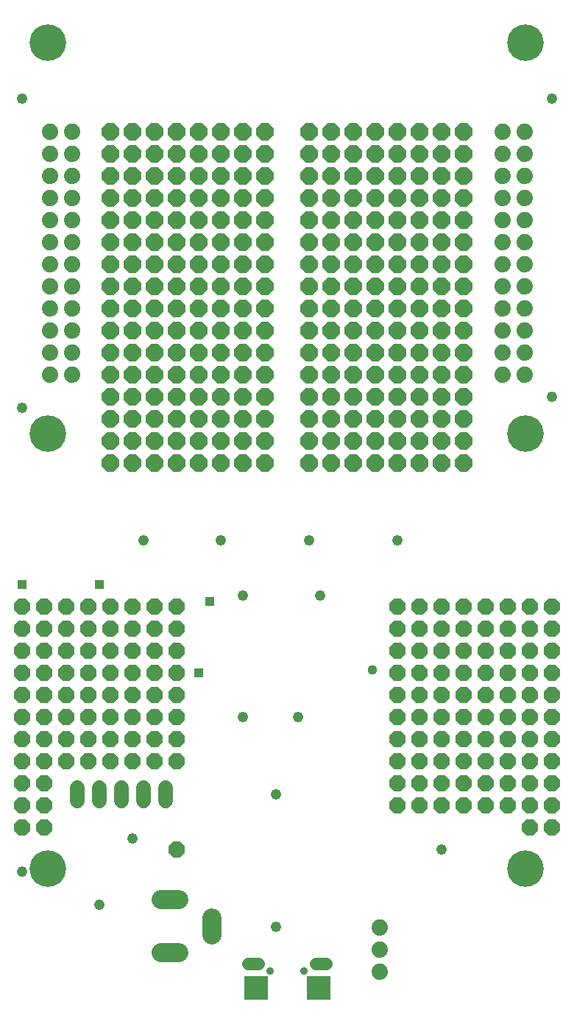
<source format=gbs>
G75*
%MOIN*%
%OFA0B0*%
%FSLAX25Y25*%
%IPPOS*%
%LPD*%
%AMOC8*
5,1,8,0,0,1.08239X$1,22.5*
%
%ADD10C,0.16548*%
%ADD11C,0.07400*%
%ADD12C,0.08674*%
%ADD13OC8,0.07100*%
%ADD14C,0.05556*%
%ADD15R,0.10643X0.10643*%
%ADD16C,0.03556*%
%ADD17OC8,0.07800*%
%ADD18C,0.06800*%
%ADD19R,0.04400X0.04400*%
%ADD20C,0.04400*%
%ADD21C,0.04762*%
D10*
X0043375Y0078414D03*
X0043375Y0275186D03*
X0043375Y0452391D03*
X0259871Y0452430D03*
X0259871Y0275225D03*
X0259831Y0078414D03*
D11*
X0193650Y0051721D03*
X0193650Y0041721D03*
X0193650Y0031721D03*
X0249300Y0301800D03*
X0249300Y0311800D03*
X0249300Y0321800D03*
X0249300Y0331800D03*
X0249300Y0341800D03*
X0249300Y0351800D03*
X0249300Y0361800D03*
X0249300Y0371800D03*
X0249300Y0381800D03*
X0249300Y0391800D03*
X0249300Y0401800D03*
X0249300Y0411800D03*
X0259300Y0411800D03*
X0259300Y0401800D03*
X0259300Y0391800D03*
X0259300Y0381800D03*
X0259300Y0371800D03*
X0259300Y0361800D03*
X0259300Y0351800D03*
X0259300Y0341800D03*
X0259300Y0331800D03*
X0259300Y0321800D03*
X0259300Y0311800D03*
X0259300Y0301800D03*
X0054300Y0301800D03*
X0054300Y0311800D03*
X0054300Y0321800D03*
X0054300Y0331800D03*
X0054300Y0341800D03*
X0054300Y0351800D03*
X0054300Y0361800D03*
X0054300Y0371800D03*
X0054300Y0381800D03*
X0054300Y0391800D03*
X0054300Y0401800D03*
X0054300Y0411800D03*
X0044300Y0411800D03*
X0044300Y0401800D03*
X0044300Y0391800D03*
X0044300Y0381800D03*
X0044300Y0371800D03*
X0044300Y0361800D03*
X0044300Y0351800D03*
X0044300Y0341800D03*
X0044300Y0331800D03*
X0044300Y0321800D03*
X0044300Y0311800D03*
X0044300Y0301800D03*
D12*
X0094792Y0064359D02*
X0102666Y0064359D01*
X0102666Y0040343D02*
X0094792Y0040343D01*
X0117627Y0048217D02*
X0117627Y0056091D01*
D13*
X0101800Y0086800D03*
X0101800Y0126800D03*
X0101800Y0136800D03*
X0101800Y0146800D03*
X0101800Y0156800D03*
X0101800Y0166800D03*
X0101800Y0176800D03*
X0101800Y0186800D03*
X0101800Y0196800D03*
X0091800Y0196800D03*
X0091800Y0186800D03*
X0091800Y0176800D03*
X0091800Y0166800D03*
X0091800Y0156800D03*
X0091800Y0146800D03*
X0091800Y0136800D03*
X0091800Y0126800D03*
X0081800Y0126800D03*
X0081800Y0136800D03*
X0081800Y0146800D03*
X0081800Y0156800D03*
X0081800Y0166800D03*
X0081800Y0176800D03*
X0081800Y0186800D03*
X0081800Y0196800D03*
X0071800Y0196800D03*
X0071800Y0186800D03*
X0071800Y0176800D03*
X0071800Y0166800D03*
X0071800Y0156800D03*
X0071800Y0146800D03*
X0071800Y0136800D03*
X0071800Y0126800D03*
X0061800Y0126800D03*
X0061800Y0136800D03*
X0061800Y0146800D03*
X0061800Y0156800D03*
X0061800Y0166800D03*
X0061800Y0176800D03*
X0061800Y0186800D03*
X0061800Y0196800D03*
X0051800Y0196800D03*
X0051800Y0186800D03*
X0051800Y0176800D03*
X0051800Y0166800D03*
X0051800Y0156800D03*
X0051800Y0146800D03*
X0051800Y0136800D03*
X0051800Y0126800D03*
X0041800Y0126800D03*
X0041800Y0116800D03*
X0041800Y0106800D03*
X0041800Y0096800D03*
X0031800Y0096800D03*
X0031800Y0106800D03*
X0031800Y0116800D03*
X0031800Y0126800D03*
X0031800Y0136800D03*
X0031800Y0146800D03*
X0031800Y0156800D03*
X0031800Y0166800D03*
X0031800Y0176800D03*
X0031800Y0186800D03*
X0031800Y0196800D03*
X0041800Y0196800D03*
X0041800Y0186800D03*
X0041800Y0176800D03*
X0041800Y0166800D03*
X0041800Y0156800D03*
X0041800Y0146800D03*
X0041800Y0136800D03*
X0201800Y0136800D03*
X0201800Y0126800D03*
X0201800Y0116800D03*
X0201800Y0106800D03*
X0211800Y0106800D03*
X0211800Y0116800D03*
X0211800Y0126800D03*
X0211800Y0136800D03*
X0211800Y0146800D03*
X0211800Y0156800D03*
X0211800Y0166800D03*
X0211800Y0176800D03*
X0211800Y0186800D03*
X0211800Y0196800D03*
X0221800Y0196800D03*
X0221800Y0186800D03*
X0221800Y0176800D03*
X0221800Y0166800D03*
X0221800Y0156800D03*
X0221800Y0146800D03*
X0221800Y0136800D03*
X0221800Y0126800D03*
X0221800Y0116800D03*
X0221800Y0106800D03*
X0231800Y0106800D03*
X0231800Y0116800D03*
X0231800Y0126800D03*
X0231800Y0136800D03*
X0231800Y0146800D03*
X0231800Y0156800D03*
X0231800Y0166800D03*
X0231800Y0176800D03*
X0231800Y0186800D03*
X0231800Y0196800D03*
X0241800Y0196800D03*
X0241800Y0186800D03*
X0241800Y0176800D03*
X0241800Y0166800D03*
X0241800Y0156800D03*
X0241800Y0146800D03*
X0241800Y0136800D03*
X0241800Y0126800D03*
X0241800Y0116800D03*
X0241800Y0106800D03*
X0251800Y0106800D03*
X0251800Y0116800D03*
X0251800Y0126800D03*
X0251800Y0136800D03*
X0251800Y0146800D03*
X0251800Y0156800D03*
X0251800Y0166800D03*
X0251800Y0176800D03*
X0251800Y0186800D03*
X0251800Y0196800D03*
X0261800Y0196800D03*
X0261800Y0186800D03*
X0261800Y0176800D03*
X0261800Y0166800D03*
X0261800Y0156800D03*
X0261800Y0146800D03*
X0261800Y0136800D03*
X0261800Y0126800D03*
X0261800Y0116800D03*
X0261800Y0106800D03*
X0261800Y0096800D03*
X0271800Y0096800D03*
X0271800Y0106800D03*
X0271800Y0116800D03*
X0271800Y0126800D03*
X0271800Y0136800D03*
X0271800Y0146800D03*
X0271800Y0156800D03*
X0271800Y0166800D03*
X0271800Y0176800D03*
X0271800Y0186800D03*
X0271800Y0196800D03*
X0201800Y0196800D03*
X0201800Y0186800D03*
X0201800Y0176800D03*
X0201800Y0166800D03*
X0201800Y0156800D03*
X0201800Y0146800D03*
D14*
X0169548Y0035343D02*
X0164792Y0035343D01*
X0138808Y0035343D02*
X0134052Y0035343D01*
D15*
X0137627Y0024320D03*
X0165973Y0024320D03*
D16*
X0159477Y0031800D03*
X0144123Y0031800D03*
D17*
X0141800Y0261800D03*
X0141800Y0271800D03*
X0141800Y0281800D03*
X0141800Y0291800D03*
X0141800Y0301800D03*
X0141800Y0311800D03*
X0141800Y0321800D03*
X0141800Y0331800D03*
X0141800Y0341800D03*
X0141800Y0351800D03*
X0141800Y0361800D03*
X0141800Y0371800D03*
X0141800Y0381800D03*
X0141800Y0391800D03*
X0141800Y0401800D03*
X0141800Y0411800D03*
X0131800Y0411800D03*
X0131800Y0401800D03*
X0131800Y0391800D03*
X0131800Y0381800D03*
X0131800Y0371800D03*
X0131800Y0361800D03*
X0131800Y0351800D03*
X0131800Y0341800D03*
X0131800Y0331800D03*
X0131800Y0321800D03*
X0131800Y0311800D03*
X0131800Y0301800D03*
X0131800Y0291800D03*
X0131800Y0281800D03*
X0131800Y0271800D03*
X0131800Y0261800D03*
X0121800Y0261800D03*
X0121800Y0271800D03*
X0121800Y0281800D03*
X0121800Y0291800D03*
X0121800Y0301800D03*
X0121800Y0311800D03*
X0121800Y0321800D03*
X0121800Y0331800D03*
X0121800Y0341800D03*
X0121800Y0351800D03*
X0121800Y0361800D03*
X0121800Y0371800D03*
X0121800Y0381800D03*
X0121800Y0391800D03*
X0121800Y0401800D03*
X0121800Y0411800D03*
X0111800Y0411800D03*
X0111800Y0401800D03*
X0111800Y0391800D03*
X0111800Y0381800D03*
X0111800Y0371800D03*
X0111800Y0361800D03*
X0111800Y0351800D03*
X0111800Y0341800D03*
X0111800Y0331800D03*
X0111800Y0321800D03*
X0111800Y0311800D03*
X0111800Y0301800D03*
X0111800Y0291800D03*
X0111800Y0281800D03*
X0111800Y0271800D03*
X0111800Y0261800D03*
X0101800Y0261800D03*
X0101800Y0271800D03*
X0101800Y0281800D03*
X0101800Y0291800D03*
X0101800Y0301800D03*
X0101800Y0311800D03*
X0101800Y0321800D03*
X0101800Y0331800D03*
X0101800Y0341800D03*
X0101800Y0351800D03*
X0101800Y0361800D03*
X0101800Y0371800D03*
X0101800Y0381800D03*
X0101800Y0391800D03*
X0101800Y0401800D03*
X0101800Y0411800D03*
X0091800Y0411800D03*
X0091800Y0401800D03*
X0091800Y0391800D03*
X0091800Y0381800D03*
X0091800Y0371800D03*
X0091800Y0361800D03*
X0091800Y0351800D03*
X0091800Y0341800D03*
X0091800Y0331800D03*
X0091800Y0321800D03*
X0091800Y0311800D03*
X0091800Y0301800D03*
X0091800Y0291800D03*
X0091800Y0281800D03*
X0091800Y0271800D03*
X0091800Y0261800D03*
X0081800Y0261800D03*
X0081800Y0271800D03*
X0081800Y0281800D03*
X0081800Y0291800D03*
X0081800Y0301800D03*
X0081800Y0311800D03*
X0081800Y0321800D03*
X0081800Y0331800D03*
X0081800Y0341800D03*
X0081800Y0351800D03*
X0081800Y0361800D03*
X0081800Y0371800D03*
X0081800Y0381800D03*
X0081800Y0391800D03*
X0081800Y0401800D03*
X0081800Y0411800D03*
X0071800Y0411800D03*
X0071800Y0401800D03*
X0071800Y0391800D03*
X0071800Y0381800D03*
X0071800Y0371800D03*
X0071800Y0361800D03*
X0071800Y0351800D03*
X0071800Y0341800D03*
X0071800Y0331800D03*
X0071800Y0321800D03*
X0071800Y0311800D03*
X0071800Y0301800D03*
X0071800Y0291800D03*
X0071800Y0281800D03*
X0071800Y0271800D03*
X0071800Y0261800D03*
X0161800Y0261800D03*
X0161800Y0271800D03*
X0161800Y0281800D03*
X0161800Y0291800D03*
X0161800Y0301800D03*
X0161800Y0311800D03*
X0161800Y0321800D03*
X0161800Y0331800D03*
X0161800Y0341800D03*
X0161800Y0351800D03*
X0161800Y0361800D03*
X0161800Y0371800D03*
X0161800Y0381800D03*
X0161800Y0391800D03*
X0161800Y0401800D03*
X0161800Y0411800D03*
X0171800Y0411800D03*
X0171800Y0401800D03*
X0171800Y0391800D03*
X0171800Y0381800D03*
X0171800Y0371800D03*
X0171800Y0361800D03*
X0171800Y0351800D03*
X0171800Y0341800D03*
X0171800Y0331800D03*
X0171800Y0321800D03*
X0171800Y0311800D03*
X0171800Y0301800D03*
X0171800Y0291800D03*
X0171800Y0281800D03*
X0171800Y0271800D03*
X0171800Y0261800D03*
X0181800Y0261800D03*
X0181800Y0271800D03*
X0181800Y0281800D03*
X0181800Y0291800D03*
X0181800Y0301800D03*
X0181800Y0311800D03*
X0181800Y0321800D03*
X0181800Y0331800D03*
X0181800Y0341800D03*
X0181800Y0351800D03*
X0181800Y0361800D03*
X0181800Y0371800D03*
X0181800Y0381800D03*
X0181800Y0391800D03*
X0181800Y0401800D03*
X0181800Y0411800D03*
X0191800Y0411800D03*
X0191800Y0401800D03*
X0191800Y0391800D03*
X0191800Y0381800D03*
X0191800Y0371800D03*
X0191800Y0361800D03*
X0191800Y0351800D03*
X0191800Y0341800D03*
X0191800Y0331800D03*
X0191800Y0321800D03*
X0191800Y0311800D03*
X0191800Y0301800D03*
X0191800Y0291800D03*
X0191800Y0281800D03*
X0191800Y0271800D03*
X0191800Y0261800D03*
X0201800Y0261800D03*
X0201800Y0271800D03*
X0201800Y0281800D03*
X0201800Y0291800D03*
X0201800Y0301800D03*
X0201800Y0311800D03*
X0201800Y0321800D03*
X0201800Y0331800D03*
X0201800Y0341800D03*
X0201800Y0351800D03*
X0201800Y0361800D03*
X0201800Y0371800D03*
X0201800Y0381800D03*
X0201800Y0391800D03*
X0201800Y0401800D03*
X0201800Y0411800D03*
X0211800Y0411800D03*
X0211800Y0401800D03*
X0211800Y0391800D03*
X0211800Y0381800D03*
X0211800Y0371800D03*
X0211800Y0361800D03*
X0211800Y0351800D03*
X0211800Y0341800D03*
X0211800Y0331800D03*
X0211800Y0321800D03*
X0211800Y0311800D03*
X0211800Y0301800D03*
X0211800Y0291800D03*
X0211800Y0281800D03*
X0211800Y0271800D03*
X0211800Y0261800D03*
X0221800Y0261800D03*
X0221800Y0271800D03*
X0221800Y0281800D03*
X0221800Y0291800D03*
X0221800Y0301800D03*
X0221800Y0311800D03*
X0221800Y0321800D03*
X0221800Y0331800D03*
X0221800Y0341800D03*
X0221800Y0351800D03*
X0221800Y0361800D03*
X0221800Y0371800D03*
X0221800Y0381800D03*
X0221800Y0391800D03*
X0221800Y0401800D03*
X0221800Y0411800D03*
X0231800Y0411800D03*
X0231800Y0401800D03*
X0231800Y0391800D03*
X0231800Y0381800D03*
X0231800Y0371800D03*
X0231800Y0361800D03*
X0231800Y0351800D03*
X0231800Y0341800D03*
X0231800Y0331800D03*
X0231800Y0321800D03*
X0231800Y0311800D03*
X0231800Y0301800D03*
X0231800Y0291800D03*
X0231800Y0281800D03*
X0231800Y0271800D03*
X0231800Y0261800D03*
D18*
X0096800Y0114800D02*
X0096800Y0108800D01*
X0086800Y0108800D02*
X0086800Y0114800D01*
X0076800Y0114800D02*
X0076800Y0108800D01*
X0066800Y0108800D02*
X0066800Y0114800D01*
X0056800Y0114800D02*
X0056800Y0108800D01*
D19*
X0066800Y0206800D03*
X0031800Y0206800D03*
X0111800Y0166800D03*
X0116800Y0199300D03*
D20*
X0190300Y0168300D03*
D21*
X0031800Y0076800D03*
X0066800Y0061800D03*
X0081800Y0091800D03*
X0131800Y0146800D03*
X0146800Y0111800D03*
X0156800Y0146800D03*
X0166800Y0201800D03*
X0161800Y0226800D03*
X0131800Y0201800D03*
X0121800Y0226800D03*
X0086800Y0226800D03*
X0031800Y0286800D03*
X0031800Y0426800D03*
X0201800Y0226800D03*
X0271800Y0291800D03*
X0271800Y0426800D03*
X0221800Y0086800D03*
X0146800Y0051800D03*
M02*

</source>
